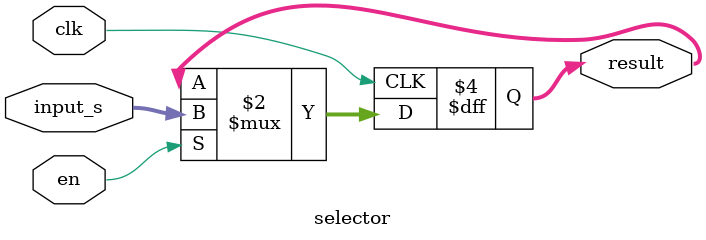
<source format=sv>
module selector #(parameter n = 4)(input logic clk, en, input logic[n - 1 : 0] input_s, output logic[n - 1 : 0] result);

always_ff @(posedge clk) begin
    if (en) result <= input_s;
end

endmodule
</source>
